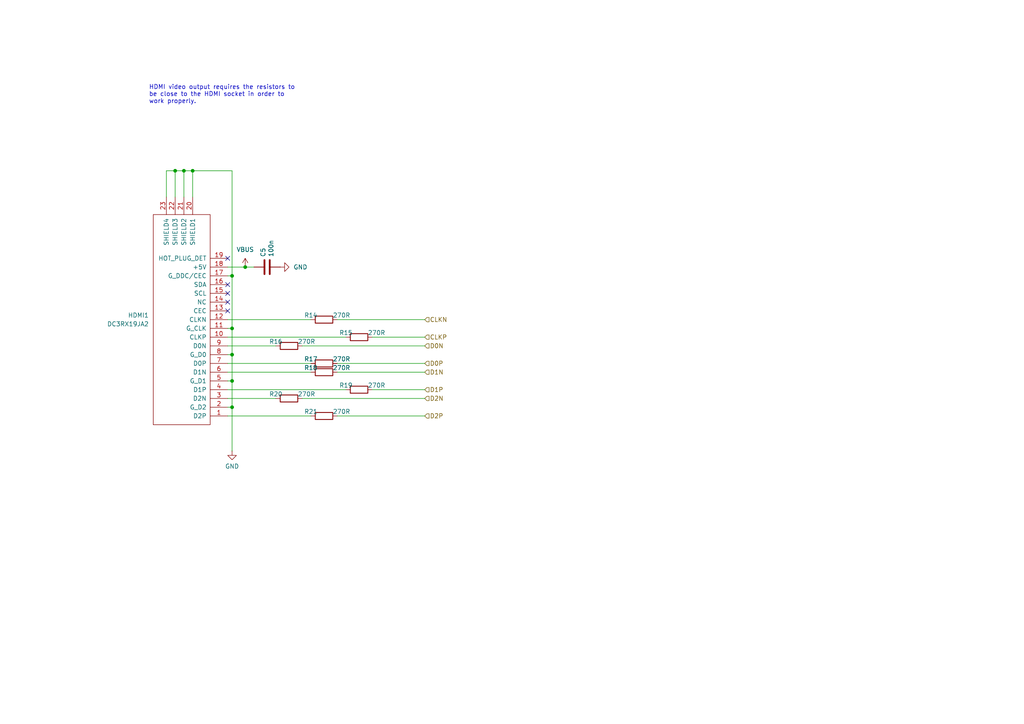
<source format=kicad_sch>
(kicad_sch (version 20250114) (generator "eeschema") (generator_version "9.0")
  (paper "A4")
  (title_block (title "FRANK M2") (date "2025-03-16") (rev "1.03") (company "Mikhail Matveev") (comment 1 "https://github.com/xtremespb/frank"))
  (lib_symbols
    (symbol "Device:C" (pin_numbers (hide yes)) (pin_names (offset 0.254))
      (property "Reference" "C" (at 0.635 2.54 0))
      (property "Value" "C" (at 0.635 -2.54 0))
      (symbol "C_0_1"
        (polyline (pts (xy -2.032 0.762) (xy 2.032 0.762)) (stroke (width 0.508)))
        (polyline (pts (xy -2.032 -0.762) (xy 2.032 -0.762)) (stroke (width 0.508)))
      )
      (symbol "C_1_1"
        (pin passive line (at 0 3.81 270) (length 2.794) (name "~") (number "1"))
        (pin passive line (at 0 -3.81 90) (length 2.794) (name "~") (number "2"))
      )
    )
    (symbol "Device:R" (pin_numbers (hide yes)) (pin_names (offset 0))
      (property "Reference" "R" (at 2.032 0 90))
      (property "Value" "R" (at 0 0 90))
      (symbol "R_0_1"
        (rectangle (start -1.016 -2.54) (end 1.016 2.54) (stroke (width 0.254)))
      )
      (symbol "R_1_1"
        (pin passive line (at 0 3.81 270) (length 1.27) (name "~") (number "1"))
        (pin passive line (at 0 -3.81 90) (length 1.27) (name "~") (number "2"))
      )
    )
    (symbol "FRANK:HDMI" (pin_names (offset 1.016))
      (property "Reference" "HDMI1" (at 12.7 -16.5101 0))
      (property "Value" "HDMI" (at 12.7 -13.9701 0))
      (symbol "HDMI_0_1"
        (rectangle (start -5.08 15.24) (end 11.43 -45.72))
      )
      (symbol "HDMI_1_1"
        (pin input line (at -10.16 12.7 0) (length 5.08) (name "D2P") (number "1"))
        (pin input line (at -10.16 10.16 0) (length 5.08) (name "G_D2") (number "2"))
        (pin input line (at -10.16 7.62 0) (length 5.08) (name "D2N") (number "3"))
        (pin input line (at -10.16 5.08 0) (length 5.08) (name "D1P") (number "4"))
        (pin input line (at -10.16 2.54 0) (length 5.08) (name "G_D1") (number "5"))
        (pin input line (at -10.16 0 0) (length 5.08) (name "D1N") (number "6"))
        (pin input line (at -10.16 -2.54 0) (length 5.08) (name "D0P") (number "7"))
        (pin input line (at -10.16 -5.08 0) (length 5.08) (name "G_D0") (number "8"))
        (pin input line (at -10.16 -7.62 0) (length 5.08) (name "D0N") (number "9"))
        (pin input line (at -10.16 -10.16 0) (length 5.08) (name "CLKP") (number "10"))
        (pin input line (at -10.16 -12.7 0) (length 5.08) (name "G_CLK") (number "11"))
        (pin input line (at -10.16 -15.24 0) (length 5.08) (name "CLKN") (number "12"))
        (pin input line (at -10.16 -17.78 0) (length 5.08) (name "CEC") (number "13"))
        (pin input line (at -10.16 -20.32 0) (length 5.08) (name "NC") (number "14"))
        (pin input line (at -10.16 -22.86 0) (length 5.08) (name "SCL") (number "15"))
        (pin input line (at -10.16 -25.4 0) (length 5.08) (name "SDA") (number "16"))
        (pin input line (at -10.16 -27.94 0) (length 5.08) (name "G_DDC/CEC") (number "17"))
        (pin input line (at -10.16 -30.48 0) (length 5.08) (name "+5V") (number "18"))
        (pin input line (at -10.16 -33.02 0) (length 5.08) (name "HOT_PLUG_DET") (number "19"))
        (pin input line (at 0 -50.8 90) (length 5.08) (name "SHIELD1") (number "20"))
        (pin input line (at 2.54 -50.8 90) (length 5.08) (name "SHIELD2") (number "21"))
        (pin input line (at 5.08 -50.8 90) (length 5.08) (name "SHIELD3") (number "22"))
        (pin input line (at 7.62 -50.8 90) (length 5.08) (name "SHIELD4") (number "23"))
      )
    )
    (symbol "GND_1" (power) (pin_numbers (hide yes)) (pin_names (offset 0) (hide yes))
      (property "Value" "GND" (at 0 -3.81 0))
      (symbol "GND_1_0_1"
        (polyline (pts (xy 0 0) (xy 0 -1.27) (xy 1.27 -1.27) (xy 0 -2.54) (xy -1.27 -1.27) (xy 0 -1.27)))
      )
      (symbol "GND_1_1_1"
        (pin power_in line (at 0 0 270) (length 0) (name "~") (number "1"))
      )
    )
    (symbol "power:GND" (power) (pin_numbers (hide yes)) (pin_names (offset 0) (hide yes))
      (property "Value" "GND" (at 0 -3.81 0))
      (symbol "GND_0_1"
        (polyline (pts (xy 0 0) (xy 0 -1.27) (xy 1.27 -1.27) (xy 0 -2.54) (xy -1.27 -1.27) (xy 0 -1.27)))
      )
      (symbol "GND_1_1"
        (pin power_in line (at 0 0 270) (length 0) (name "~") (number "1"))
      )
    )
    (symbol "power:VBUS" (power) (pin_numbers (hide yes)) (pin_names (offset 0) (hide yes))
      (property "Value" "VBUS" (at 0 3.556 0))
      (symbol "VBUS_0_1"
        (polyline (pts (xy -0.762 1.27) (xy 0 2.54)))
        (polyline (pts (xy 0 2.54) (xy 0.762 1.27)))
        (polyline (pts (xy 0 0) (xy 0 2.54)))
      )
      (symbol "VBUS_1_1"
        (pin power_in line (at 0 0 90) (length 0) (name "~") (number "1"))
      )
    )
  )
  (text "HDMI video output requires the resistors to\nbe close to the HDMI socket in order to\nwork properly." (at 43.18 27.432 0) (effects (font (size 1.27 1.27)) (justify left)))
  (junction (at 71.12 77.47))
  (junction (at 67.31 110.49))
  (junction (at 50.8 49.53))
  (junction (at 67.31 80.01))
  (junction (at 67.31 95.25))
  (junction (at 67.31 118.11))
  (junction (at 55.88 49.53))
  (junction (at 67.31 102.87))
  (junction (at 53.34 49.53))
  (no_connect (at 66.04 90.17))
  (no_connect (at 66.04 85.09))
  (no_connect (at 66.04 87.63))
  (no_connect (at 66.04 74.93))
  (no_connect (at 66.04 82.55))
  (wire (pts (xy 66.04 95.25) (xy 67.31 95.25)))
  (wire (pts (xy 67.31 110.49) (xy 67.31 118.11)))
  (wire (pts (xy 66.04 105.41) (xy 90.17 105.41)))
  (wire (pts (xy 87.63 115.57) (xy 123.19 115.57)))
  (wire (pts (xy 66.04 120.65) (xy 90.17 120.65)))
  (wire (pts (xy 66.04 102.87) (xy 67.31 102.87)))
  (wire (pts (xy 67.31 49.53) (xy 55.88 49.53)))
  (wire (pts (xy 53.34 49.53) (xy 53.34 57.15)))
  (wire (pts (xy 87.63 100.33) (xy 123.19 100.33)))
  (wire (pts (xy 55.88 49.53) (xy 53.34 49.53)))
  (wire (pts (xy 107.95 113.03) (xy 123.19 113.03)))
  (wire (pts (xy 67.31 102.87) (xy 67.31 110.49)))
  (wire (pts (xy 67.31 95.25) (xy 67.31 102.87)))
  (wire (pts (xy 97.79 107.95) (xy 123.19 107.95)))
  (wire (pts (xy 50.8 49.53) (xy 50.8 57.15)))
  (wire (pts (xy 66.04 92.71) (xy 90.17 92.71)))
  (wire (pts (xy 66.04 77.47) (xy 71.12 77.47)))
  (wire (pts (xy 66.04 113.03) (xy 100.33 113.03)))
  (wire (pts (xy 66.04 118.11) (xy 67.31 118.11)))
  (wire (pts (xy 67.31 118.11) (xy 67.31 130.81)))
  (wire (pts (xy 97.79 92.71) (xy 123.19 92.71)))
  (wire (pts (xy 97.79 105.41) (xy 123.19 105.41)))
  (wire (pts (xy 67.31 95.25) (xy 67.31 80.01)))
  (wire (pts (xy 50.8 49.53) (xy 48.26 49.53)))
  (wire (pts (xy 66.04 110.49) (xy 67.31 110.49)))
  (wire (pts (xy 66.04 80.01) (xy 67.31 80.01)))
  (wire (pts (xy 66.04 97.79) (xy 100.33 97.79)))
  (wire (pts (xy 67.31 80.01) (xy 67.31 49.53)))
  (wire (pts (xy 71.12 77.47) (xy 73.66 77.47)))
  (wire (pts (xy 107.95 97.79) (xy 123.19 97.79)))
  (wire (pts (xy 66.04 115.57) (xy 80.01 115.57)))
  (wire (pts (xy 53.34 49.53) (xy 50.8 49.53)))
  (wire (pts (xy 66.04 107.95) (xy 90.17 107.95)))
  (wire (pts (xy 48.26 49.53) (xy 48.26 57.15)))
  (wire (pts (xy 55.88 49.53) (xy 55.88 57.15)))
  (wire (pts (xy 97.79 120.65) (xy 123.19 120.65)))
  (wire (pts (xy 66.04 100.33) (xy 80.01 100.33)))
  (hierarchical_label "D2P" (shape input) (at 123.19 120.65 0))
  (hierarchical_label "CLKP" (shape input) (at 123.19 97.79 0))
  (hierarchical_label "D2N" (shape input) (at 123.19 115.57 0))
  (hierarchical_label "CLKN" (shape input) (at 123.19 92.71 0))
  (hierarchical_label "D0P" (shape input) (at 123.19 105.41 0))
  (hierarchical_label "D1P" (shape input) (at 123.19 113.03 0))
  (hierarchical_label "D0N" (shape input) (at 123.19 100.33 0))
  (hierarchical_label "D1N" (shape input) (at 123.19 107.95 0))
  (symbol (lib_id "Device:R") (at 93.98 105.41 90) (unit 1)
    (property "Reference" "R17" (at 90.17 104.14 90))
    (property "Value" "270R" (at 99.06 104.14 90))
    (property "Footprint" "FRANK:Resistor (0805)" (effects (hide yes)))
    (property "Datasheet" "https://www.vishay.com/docs/28952/mcs0402at-mct0603at-mcu0805at-mca1206at.pdf" (effects (hide yes)))
    (property "AliExpress" "https://www.aliexpress.com/item/1005005945735199.html" (effects (hide yes)))
  )
  (symbol (lib_id "Device:R") (at 104.14 113.03 90) (unit 1)
    (property "Reference" "R19" (at 100.33 111.76 90))
    (property "Value" "270R" (at 109.22 111.76 90))
    (property "Footprint" "FRANK:Resistor (0805)" (effects (hide yes)))
    (property "Datasheet" "https://www.vishay.com/docs/28952/mcs0402at-mct0603at-mcu0805at-mca1206at.pdf" (effects (hide yes)))
    (property "AliExpress" "https://www.aliexpress.com/item/1005005945735199.html" (effects (hide yes)))
  )
  (symbol (lib_id "Device:R") (at 93.98 92.71 90) (unit 1)
    (property "Reference" "R14" (at 90.17 91.44 90))
    (property "Value" "270R" (at 99.06 91.44 90))
    (property "Footprint" "FRANK:Resistor (0805)" (effects (hide yes)))
    (property "Datasheet" "https://www.vishay.com/docs/28952/mcs0402at-mct0603at-mcu0805at-mca1206at.pdf" (effects (hide yes)))
    (property "AliExpress" "https://www.aliexpress.com/item/1005005945735199.html" (effects (hide yes)))
  )
  (symbol (lib_id "power:VBUS") (at 71.12 77.47 0) (unit 1)
    (property "Reference" "#PWR038" (effects (hide yes)))
    (property "Value" "VBUS" (at 71.12 72.39 0))
    (property "Description" "Power symbol creates a global label with name \"VBUS\"" (effects (hide yes)))
  )
  (symbol (lib_id "Device:R") (at 93.98 107.95 90) (unit 1)
    (property "Reference" "R18" (at 90.17 106.68 90))
    (property "Value" "270R" (at 99.06 106.68 90))
    (property "Footprint" "FRANK:Resistor (0805)" (effects (hide yes)))
    (property "Datasheet" "https://www.vishay.com/docs/28952/mcs0402at-mct0603at-mcu0805at-mca1206at.pdf" (effects (hide yes)))
    (property "AliExpress" "https://www.aliexpress.com/item/1005005945735199.html" (effects (hide yes)))
  )
  (symbol (lib_id "Device:C") (at 77.47 77.47 90) (unit 1)
    (property "Reference" "C5" (at 76.3016 74.549 0) (effects (justify left)))
    (property "Value" "100n" (at 78.613 74.549 0) (effects (justify left)))
    (property "Footprint" "FRANK:Capacitor (0805)" (effects (hide yes)))
    (property "Datasheet" "https://eu.mouser.com/datasheet/2/40/KGM_X7R-3223212.pdf" (effects (hide yes)))
    (property "AliExpress" "https://www.aliexpress.com/item/33008008276.html" (effects (hide yes)))
  )
  (symbol (lib_id "Device:R") (at 83.82 100.33 90) (unit 1)
    (property "Reference" "R16" (at 80.01 99.06 90))
    (property "Value" "270R" (at 88.9 99.06 90))
    (property "Footprint" "FRANK:Resistor (0805)" (effects (hide yes)))
    (property "Datasheet" "https://www.vishay.com/docs/28952/mcs0402at-mct0603at-mcu0805at-mca1206at.pdf" (effects (hide yes)))
    (property "AliExpress" "https://www.aliexpress.com/item/1005005945735199.html" (effects (hide yes)))
  )
  (symbol (lib_id "power:GND") (at 67.31 130.81 0) (unit 1)
    (property "Reference" "#PWR040" (effects (hide yes)))
    (property "Value" "GND" (at 67.31 135.2534 0))
    (property "Description" "Power symbol creates a global label with name \"GND\" , ground" (effects (hide yes)))
  )
  (symbol (lib_name "GND_1") (lib_id "power:GND") (at 81.28 77.47 90) (unit 1)
    (property "Reference" "#PWR039" (effects (hide yes)))
    (property "Value" "GND" (at 85.09 77.4699 90) (effects (justify right)))
    (property "Description" "Power symbol creates a global label with name \"GND\" , ground" (effects (hide yes)))
  )
  (symbol (lib_id "Device:R") (at 104.14 97.79 90) (unit 1)
    (property "Reference" "R15" (at 100.33 96.52 90))
    (property "Value" "270R" (at 109.22 96.52 90))
    (property "Footprint" "FRANK:Resistor (0805)" (effects (hide yes)))
    (property "Datasheet" "https://www.vishay.com/docs/28952/mcs0402at-mct0603at-mcu0805at-mca1206at.pdf" (effects (hide yes)))
    (property "AliExpress" "https://www.aliexpress.com/item/1005005945735199.html" (effects (hide yes)))
  )
  (symbol (lib_id "FRANK:HDMI") (at 55.88 107.95 180) (unit 1)
    (property "Reference" "HDMI1" (at 43.18 91.4399 0) (effects (justify left)))
    (property "Value" "DC3RX19JA2" (at 43.18 93.9799 0) (effects (justify left)))
    (property "Footprint" "FRANK:HDMI (female)" (effects (hide yes)))
    (property "Datasheet" "https://www.mouser.com/datasheet/2/206/B_0233_2E_DC3-784461.pdf?srsltid=AfmBOopfNOwkdmYR2Zf10LYIa6wS_lfZGGRTVzb0297kvAyc-1zmhqWc" (effects (hide yes)))
    (property "AliExpress" "https://www.aliexpress.com/item/1005005248842433.html" (effects (hide yes)))
  )
  (symbol (lib_id "Device:R") (at 93.98 120.65 90) (unit 1)
    (property "Reference" "R21" (at 90.17 119.38 90))
    (property "Value" "270R" (at 99.06 119.38 90))
    (property "Footprint" "FRANK:Resistor (0805)" (effects (hide yes)))
    (property "Datasheet" "https://www.vishay.com/docs/28952/mcs0402at-mct0603at-mcu0805at-mca1206at.pdf" (effects (hide yes)))
    (property "AliExpress" "https://www.aliexpress.com/item/1005005945735199.html" (effects (hide yes)))
  )
  (symbol (lib_id "Device:R") (at 83.82 115.57 90) (unit 1)
    (property "Reference" "R20" (at 80.01 114.3 90))
    (property "Value" "270R" (at 88.9 114.3 90))
    (property "Footprint" "FRANK:Resistor (0805)" (effects (hide yes)))
    (property "Datasheet" "https://www.vishay.com/docs/28952/mcs0402at-mct0603at-mcu0805at-mca1206at.pdf" (effects (hide yes)))
    (property "AliExpress" "https://www.aliexpress.com/item/1005005945735199.html" (effects (hide yes)))
  )
)
</source>
